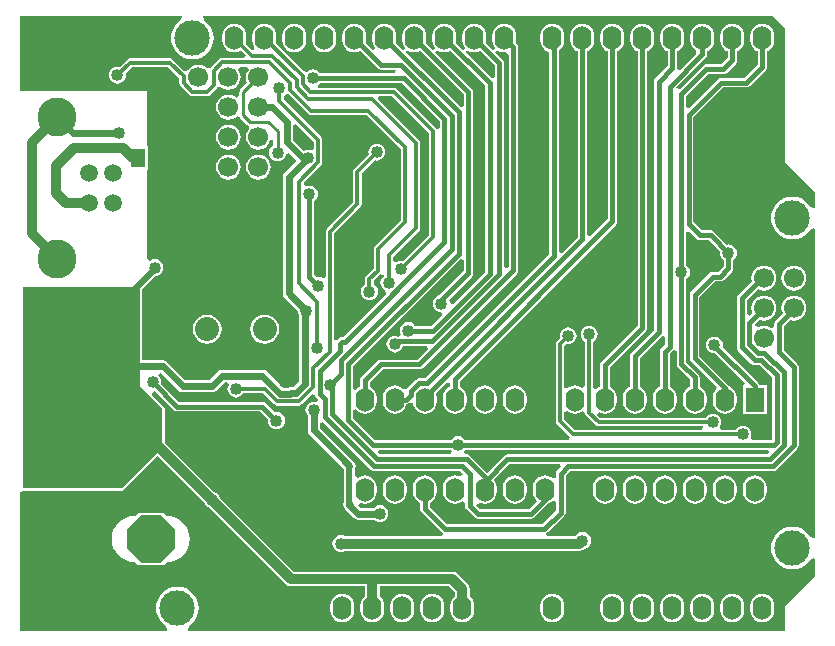
<source format=gbl>
G04*
G04 #@! TF.GenerationSoftware,Altium Limited,Altium Designer,18.0.12 (696)*
G04*
G04 Layer_Physical_Order=2*
G04 Layer_Color=16711680*
%FSLAX44Y44*%
%MOMM*%
G71*
G01*
G75*
%ADD15R,1.1684X1.6002*%
%ADD59C,1.7000*%
%ADD67C,0.3048*%
%ADD68C,0.4064*%
%ADD69C,0.2794*%
%ADD70C,0.6096*%
%ADD71C,0.8128*%
%ADD72C,0.3050*%
%ADD75C,3.0000*%
%ADD76C,3.3000*%
%ADD77C,1.5000*%
%ADD78O,1.6000X2.0000*%
%ADD79R,1.6000X2.0000*%
%ADD80P,4.3296X8X22.5*%
%ADD81P,4.3296X8X292.5*%
%ADD82C,2.0320*%
%ADD83C,1.0160*%
%ADD84C,0.5080*%
G36*
X654177Y516819D02*
Y402844D01*
X654586Y401856D01*
X679450Y376992D01*
Y364684D01*
X679014Y364348D01*
X675761Y365047D01*
X675439Y365649D01*
X673189Y368390D01*
X670449Y370639D01*
X667322Y372310D01*
X663929Y373340D01*
X660400Y373687D01*
X656871Y373340D01*
X653478Y372310D01*
X650351Y370639D01*
X647610Y368390D01*
X645361Y365649D01*
X643690Y362522D01*
X642661Y359129D01*
X642313Y355600D01*
X642661Y352071D01*
X643690Y348678D01*
X645361Y345551D01*
X647610Y342811D01*
X650351Y340561D01*
X653478Y338890D01*
X656871Y337860D01*
X660400Y337513D01*
X663929Y337860D01*
X667322Y338890D01*
X670449Y340561D01*
X673189Y342811D01*
X675439Y345551D01*
X675761Y346153D01*
X679014Y346852D01*
X679450Y346516D01*
Y85284D01*
X679014Y84948D01*
X675761Y85646D01*
X675439Y86249D01*
X673189Y88989D01*
X670449Y91239D01*
X667322Y92910D01*
X663929Y93940D01*
X660400Y94287D01*
X656871Y93940D01*
X653478Y92910D01*
X650351Y91239D01*
X647610Y88989D01*
X645361Y86249D01*
X643690Y83122D01*
X642661Y79729D01*
X642313Y76200D01*
X642661Y72671D01*
X643690Y69278D01*
X645361Y66151D01*
X647610Y63411D01*
X650351Y61161D01*
X653478Y59490D01*
X656871Y58460D01*
X660400Y58113D01*
X663929Y58460D01*
X667322Y59490D01*
X670449Y61161D01*
X673189Y63411D01*
X675439Y66151D01*
X675761Y66754D01*
X679014Y67452D01*
X679450Y67116D01*
Y52268D01*
X654332Y27150D01*
X653923Y26162D01*
Y6350D01*
X148784D01*
X148448Y6786D01*
X149146Y10039D01*
X149749Y10361D01*
X152490Y12610D01*
X154739Y15351D01*
X156410Y18478D01*
X157439Y21871D01*
X157787Y25400D01*
X157439Y28929D01*
X156410Y32322D01*
X154739Y35449D01*
X152490Y38189D01*
X149749Y40439D01*
X146622Y42110D01*
X143229Y43140D01*
X139700Y43487D01*
X136171Y43140D01*
X132778Y42110D01*
X129651Y40439D01*
X126910Y38189D01*
X124661Y35449D01*
X122990Y32322D01*
X121960Y28929D01*
X121613Y25400D01*
X121960Y21871D01*
X122990Y18478D01*
X124661Y15351D01*
X126910Y12610D01*
X129651Y10361D01*
X130253Y10039D01*
X130952Y6786D01*
X130616Y6350D01*
X6350D01*
Y123237D01*
X6834Y123753D01*
X8890Y124961D01*
X92710D01*
X93490Y125116D01*
X94152Y125558D01*
X94152Y125558D01*
X122800Y154206D01*
X162012Y114994D01*
X162012Y114992D01*
X162726Y113270D01*
X163860Y111791D01*
X165340Y110656D01*
X167062Y109942D01*
X167064Y109942D01*
X231378Y45628D01*
X233384Y44288D01*
X235750Y43817D01*
X298617D01*
Y35261D01*
X297668Y34532D01*
X296065Y32443D01*
X295057Y30010D01*
X294714Y27400D01*
Y23400D01*
X295057Y20789D01*
X296065Y18357D01*
X297668Y16268D01*
X299757Y14665D01*
X302190Y13657D01*
X304800Y13314D01*
X307411Y13657D01*
X309843Y14665D01*
X311932Y16268D01*
X313535Y18357D01*
X314543Y20789D01*
X314886Y23400D01*
Y27400D01*
X314543Y30010D01*
X313535Y32443D01*
X311932Y34532D01*
X310983Y35261D01*
Y43817D01*
X369939D01*
X374817Y38939D01*
Y35261D01*
X373868Y34532D01*
X372265Y32443D01*
X371257Y30010D01*
X370914Y27400D01*
Y23400D01*
X371257Y20789D01*
X372265Y18357D01*
X373868Y16268D01*
X375957Y14665D01*
X378390Y13657D01*
X381000Y13314D01*
X383610Y13657D01*
X386043Y14665D01*
X388132Y16268D01*
X389735Y18357D01*
X390743Y20789D01*
X391086Y23400D01*
Y27400D01*
X390743Y30010D01*
X389735Y32443D01*
X388132Y34532D01*
X387183Y35261D01*
Y41500D01*
X386712Y43866D01*
X385372Y45872D01*
X376872Y54372D01*
X374866Y55712D01*
X372500Y56183D01*
X238311D01*
X175808Y118686D01*
X175808Y118688D01*
X175094Y120410D01*
X173960Y121889D01*
X172481Y123024D01*
X170758Y123738D01*
X170756Y123738D01*
X129039Y165455D01*
Y194310D01*
X128884Y195090D01*
X128442Y195752D01*
X118265Y205929D01*
X119170Y208616D01*
X120649Y208817D01*
X136373Y193093D01*
X137707Y192202D01*
X139280Y191889D01*
X209967D01*
X216533Y185323D01*
X216379Y184150D01*
X216622Y182302D01*
X217336Y180579D01*
X218470Y179100D01*
X219949Y177966D01*
X221672Y177252D01*
X223520Y177009D01*
X225368Y177252D01*
X227090Y177966D01*
X228570Y179100D01*
X229704Y180579D01*
X230418Y182302D01*
X230661Y184150D01*
X230418Y185998D01*
X229704Y187721D01*
X228570Y189200D01*
X227090Y190334D01*
X225368Y191048D01*
X223520Y191291D01*
X222347Y191137D01*
X214577Y198907D01*
X213243Y199798D01*
X211670Y200111D01*
X140983D01*
X125732Y215362D01*
X125886Y216535D01*
X125643Y218383D01*
X124929Y220105D01*
X123794Y221584D01*
X123060Y222148D01*
X123957Y223994D01*
X126037Y224184D01*
X140611Y209611D01*
X142280Y208495D01*
X144250Y208103D01*
X168750D01*
X170720Y208495D01*
X172389Y209611D01*
X179593Y216814D01*
X181920Y216583D01*
X183032Y214357D01*
X182332Y212668D01*
X182089Y210820D01*
X182332Y208972D01*
X183046Y207250D01*
X184181Y205770D01*
X185660Y204636D01*
X187382Y203922D01*
X189230Y203679D01*
X191078Y203922D01*
X192801Y204636D01*
X194279Y205770D01*
X195397Y207227D01*
X212384D01*
X221682Y197929D01*
X222848Y197150D01*
X224223Y196877D01*
X242264D01*
X243639Y197150D01*
X244805Y197929D01*
X253594Y206718D01*
X256236Y205769D01*
X256330Y205299D01*
X257221Y203965D01*
X258840Y202346D01*
X258725Y202009D01*
X257118Y199938D01*
X255270Y200181D01*
X253422Y199938D01*
X251700Y199224D01*
X250221Y198090D01*
X249086Y196611D01*
X248372Y194888D01*
X248129Y193040D01*
X248372Y191192D01*
X249086Y189470D01*
X250123Y188117D01*
Y175980D01*
X250515Y174010D01*
X251631Y172341D01*
X276861Y147111D01*
X276861Y147110D01*
X280773Y143198D01*
Y116960D01*
X280647Y116771D01*
X280578Y116427D01*
X280424Y116111D01*
X280384Y115451D01*
X280255Y114802D01*
Y112598D01*
X280647Y110628D01*
X281763Y108959D01*
X288951Y101771D01*
X290620Y100655D01*
X292590Y100263D01*
X306227D01*
X307579Y99226D01*
X309302Y98512D01*
X311150Y98269D01*
X312998Y98512D01*
X314720Y99226D01*
X316199Y100360D01*
X317334Y101840D01*
X318048Y103562D01*
X318291Y105410D01*
X318048Y107258D01*
X317334Y108981D01*
X316199Y110459D01*
X314720Y111594D01*
X312998Y112308D01*
X311150Y112551D01*
X309302Y112308D01*
X307579Y111594D01*
X306227Y110557D01*
X294722D01*
X292769Y112510D01*
X294208Y114663D01*
X295840Y113987D01*
X298450Y113644D01*
X301061Y113987D01*
X303493Y114995D01*
X305582Y116598D01*
X307185Y118687D01*
X308193Y121119D01*
X308536Y123730D01*
Y127730D01*
X308193Y130340D01*
X307185Y132773D01*
X305582Y134862D01*
X303493Y136465D01*
X301061Y137473D01*
X298450Y137816D01*
X295840Y137473D01*
X293407Y136465D01*
X292571Y135824D01*
X290031Y137076D01*
Y143690D01*
X290157Y143878D01*
X290549Y145848D01*
X290157Y147818D01*
X289041Y149487D01*
X284139Y154389D01*
X284139Y154390D01*
X260417Y178112D01*
Y182026D01*
X262957Y183078D01*
X303570Y142465D01*
X304903Y141574D01*
X306476Y141261D01*
X378959D01*
X381366Y138854D01*
X381297Y138436D01*
X381036Y138115D01*
X378480Y136967D01*
X377261Y137473D01*
X374650Y137816D01*
X372039Y137473D01*
X369607Y136465D01*
X367518Y134862D01*
X365915Y132773D01*
X364907Y130340D01*
X364564Y127730D01*
Y123730D01*
X364907Y121119D01*
X365915Y118687D01*
X367518Y116598D01*
X369607Y114995D01*
X372039Y113987D01*
X374650Y113644D01*
X377261Y113987D01*
X379693Y114995D01*
X380699Y115767D01*
X383239Y114514D01*
Y112014D01*
X383552Y110441D01*
X384443Y109107D01*
X391301Y102249D01*
X392635Y101358D01*
X394208Y101045D01*
X438912D01*
X440485Y101358D01*
X441819Y102249D01*
X453626Y114056D01*
X455893Y114995D01*
X457567Y116279D01*
X459098Y115861D01*
X460107Y115195D01*
Y108035D01*
X448639Y96567D01*
X368225D01*
X353361Y111431D01*
Y114609D01*
X354293Y114995D01*
X356382Y116598D01*
X357985Y118687D01*
X358993Y121119D01*
X359336Y123730D01*
Y127730D01*
X358993Y130340D01*
X357985Y132773D01*
X356382Y134862D01*
X354293Y136465D01*
X351861Y137473D01*
X349250Y137816D01*
X346640Y137473D01*
X344207Y136465D01*
X342118Y134862D01*
X340515Y132773D01*
X339507Y130340D01*
X339164Y127730D01*
Y123730D01*
X339507Y121119D01*
X340515Y118687D01*
X342118Y116598D01*
X344207Y114995D01*
X345139Y114609D01*
Y109728D01*
X345452Y108155D01*
X346343Y106821D01*
X363615Y89549D01*
X364837Y88733D01*
X364872Y88543D01*
X364064Y86193D01*
X281703D01*
X281700Y86194D01*
X279978Y86908D01*
X278130Y87151D01*
X276282Y86908D01*
X274559Y86194D01*
X273081Y85059D01*
X271946Y83581D01*
X271232Y81858D01*
X270989Y80010D01*
X271232Y78162D01*
X271946Y76439D01*
X273081Y74960D01*
X274559Y73826D01*
X276282Y73112D01*
X278130Y72869D01*
X279978Y73112D01*
X281700Y73826D01*
X281703Y73827D01*
X480060D01*
X482426Y74298D01*
X484432Y75638D01*
X484446Y75652D01*
X484448Y75652D01*
X486171Y76366D01*
X487649Y77501D01*
X488784Y78980D01*
X489498Y80702D01*
X489741Y82550D01*
X489498Y84398D01*
X488784Y86121D01*
X487649Y87599D01*
X486171Y88734D01*
X484448Y89448D01*
X482600Y89691D01*
X480752Y89448D01*
X479030Y88734D01*
X477551Y87599D01*
X476471Y86193D01*
X452800D01*
X451992Y88543D01*
X452027Y88733D01*
X453249Y89549D01*
X467125Y103425D01*
X468016Y104759D01*
X468329Y106332D01*
Y137455D01*
X472135Y141261D01*
X643773D01*
X645347Y141574D01*
X646680Y142465D01*
X664471Y160256D01*
X665362Y161589D01*
X665675Y163162D01*
Y229468D01*
X665362Y231041D01*
X664471Y232375D01*
X653249Y243597D01*
Y264461D01*
X658243Y269454D01*
X658929Y269170D01*
X661670Y268809D01*
X664411Y269170D01*
X666965Y270228D01*
X669159Y271911D01*
X670842Y274105D01*
X671900Y276659D01*
X672261Y279400D01*
X671900Y282141D01*
X670842Y284695D01*
X669159Y286889D01*
X666965Y288572D01*
X664411Y289630D01*
X661670Y289991D01*
X658929Y289630D01*
X656375Y288572D01*
X654181Y286889D01*
X652498Y284695D01*
X651440Y282141D01*
X651079Y279400D01*
X651440Y276659D01*
X652137Y274977D01*
X646231Y269070D01*
X645340Y267737D01*
X645027Y266164D01*
Y263717D01*
X642487Y262465D01*
X641565Y263172D01*
X639011Y264230D01*
X636270Y264591D01*
X633529Y264230D01*
X631843Y263532D01*
X629609Y264471D01*
X629112Y264944D01*
X628939Y266255D01*
X632345Y269661D01*
X633529Y269170D01*
X636270Y268809D01*
X639011Y269170D01*
X641565Y270228D01*
X643759Y271911D01*
X645442Y274105D01*
X646500Y276659D01*
X646861Y279400D01*
X646500Y282141D01*
X645442Y284695D01*
X643759Y286889D01*
X641565Y288572D01*
X639011Y289630D01*
X636270Y289991D01*
X633529Y289630D01*
X630975Y288572D01*
X628781Y286889D01*
X627098Y284695D01*
X626040Y282141D01*
X625679Y279400D01*
X626040Y276659D01*
X626531Y275475D01*
X624132Y273076D01*
X621785Y274048D01*
Y285971D01*
X631305Y295491D01*
X633529Y294570D01*
X636270Y294209D01*
X639011Y294570D01*
X641565Y295628D01*
X643759Y297311D01*
X645442Y299505D01*
X646500Y302059D01*
X646861Y304800D01*
X646500Y307541D01*
X645442Y310095D01*
X643759Y312289D01*
X641565Y313972D01*
X639011Y315030D01*
X636270Y315391D01*
X633529Y315030D01*
X630975Y313972D01*
X628781Y312289D01*
X627098Y310095D01*
X626040Y307541D01*
X625679Y304800D01*
X626040Y302059D01*
X626100Y301914D01*
X614767Y290581D01*
X613876Y289247D01*
X613563Y287674D01*
Y246297D01*
X613876Y244724D01*
X614767Y243390D01*
X625660Y232497D01*
X626994Y231606D01*
X628567Y231293D01*
X632393D01*
X642889Y220797D01*
Y167719D01*
X626563D01*
X625134Y170259D01*
X625388Y170872D01*
X625631Y172720D01*
X625388Y174568D01*
X624674Y176290D01*
X623540Y177770D01*
X622061Y178904D01*
X620338Y179618D01*
X618490Y179861D01*
X616642Y179618D01*
X614920Y178904D01*
X613441Y177770D01*
X612323Y176313D01*
X600177D01*
X598924Y178853D01*
X599274Y179310D01*
X599988Y181032D01*
X600231Y182880D01*
X599988Y184728D01*
X599274Y186451D01*
X598139Y187929D01*
X596660Y189064D01*
X594938Y189778D01*
X593090Y190021D01*
X591242Y189778D01*
X589520Y189064D01*
X588041Y187929D01*
X586923Y186473D01*
X497858D01*
X495185Y189147D01*
X496607Y191195D01*
X499039Y190187D01*
X501650Y189844D01*
X504260Y190187D01*
X506693Y191195D01*
X508782Y192798D01*
X510385Y194887D01*
X511393Y197320D01*
X511736Y199930D01*
Y203930D01*
X511393Y206541D01*
X510385Y208973D01*
X508782Y211062D01*
X506693Y212665D01*
X505761Y213051D01*
Y229437D01*
X536307Y259983D01*
X537198Y261317D01*
X537511Y262890D01*
Y496879D01*
X538443Y497265D01*
X540532Y498868D01*
X542135Y500957D01*
X543143Y503390D01*
X543486Y506000D01*
Y510000D01*
X543143Y512611D01*
X542135Y515043D01*
X540532Y517132D01*
X538443Y518735D01*
X536011Y519743D01*
X533400Y520086D01*
X530789Y519743D01*
X528357Y518735D01*
X526268Y517132D01*
X524665Y515043D01*
X523657Y512611D01*
X523314Y510000D01*
Y506000D01*
X523657Y503390D01*
X524665Y500957D01*
X526268Y498868D01*
X528357Y497265D01*
X529289Y496879D01*
Y264593D01*
X498743Y234047D01*
X497852Y232713D01*
X497539Y231140D01*
Y213051D01*
X496607Y212665D01*
X494518Y211062D01*
X494448Y210971D01*
X491908Y211833D01*
Y251008D01*
X493364Y252125D01*
X494499Y253605D01*
X495213Y255327D01*
X495456Y257175D01*
X495213Y259023D01*
X494499Y260746D01*
X493364Y262225D01*
X491885Y263359D01*
X490163Y264073D01*
X488315Y264316D01*
X486467Y264073D01*
X484744Y263359D01*
X483265Y262225D01*
X482131Y260746D01*
X481417Y259023D01*
X481174Y257175D01*
X481417Y255327D01*
X482131Y253605D01*
X483265Y252125D01*
X484722Y251008D01*
Y213236D01*
X482182Y211983D01*
X481293Y212665D01*
X478861Y213673D01*
X476250Y214016D01*
X473639Y213673D01*
X471207Y212665D01*
X469633Y211457D01*
X467872Y212006D01*
X467093Y212596D01*
Y247230D01*
X468975Y248969D01*
X470535Y248764D01*
X472383Y249007D01*
X474105Y249721D01*
X475584Y250856D01*
X476719Y252334D01*
X477433Y254057D01*
X477676Y255905D01*
X477433Y257753D01*
X476719Y259475D01*
X475584Y260954D01*
X474105Y262089D01*
X472383Y262803D01*
X470535Y263046D01*
X468687Y262803D01*
X466964Y262089D01*
X465485Y260954D01*
X464351Y259475D01*
X463637Y257753D01*
X463394Y255905D01*
X463633Y254085D01*
X460959Y251411D01*
X460181Y250245D01*
X459907Y248870D01*
Y183750D01*
X460181Y182375D01*
X460959Y181209D01*
X471910Y170259D01*
X471894Y169917D01*
X471100Y167719D01*
X383130D01*
X382239Y168880D01*
X380760Y170014D01*
X379038Y170728D01*
X377190Y170971D01*
X375342Y170728D01*
X373619Y170014D01*
X372141Y168880D01*
X371250Y167719D01*
X307095D01*
X288051Y186763D01*
Y192883D01*
X290591Y193745D01*
X291318Y192798D01*
X293407Y191195D01*
X295840Y190187D01*
X298450Y189844D01*
X301061Y190187D01*
X303493Y191195D01*
X305582Y192798D01*
X307185Y194887D01*
X308193Y197320D01*
X308536Y199930D01*
Y203930D01*
X308193Y206541D01*
X307185Y208973D01*
X305582Y211062D01*
X303493Y212665D01*
X302561Y213051D01*
Y216497D01*
X313703Y227639D01*
X344652D01*
X346225Y227952D01*
X347559Y228843D01*
X427183Y308468D01*
X428075Y309802D01*
X428388Y311375D01*
X428323Y311700D01*
Y318728D01*
X428388Y319053D01*
Y500283D01*
X428075Y501857D01*
X427183Y503190D01*
X426382Y503992D01*
X426646Y506000D01*
Y510000D01*
X426303Y512611D01*
X425295Y515043D01*
X423692Y517132D01*
X421603Y518735D01*
X419170Y519743D01*
X416560Y520086D01*
X413950Y519743D01*
X411517Y518735D01*
X409428Y517132D01*
X407825Y515043D01*
X406817Y512611D01*
X406474Y510000D01*
Y506000D01*
X406817Y503390D01*
X407825Y500957D01*
X408537Y500029D01*
X406623Y498350D01*
X400982Y503992D01*
X401246Y506000D01*
Y510000D01*
X400903Y512611D01*
X399895Y515043D01*
X398292Y517132D01*
X396203Y518735D01*
X393770Y519743D01*
X391160Y520086D01*
X388549Y519743D01*
X386117Y518735D01*
X384028Y517132D01*
X382425Y515043D01*
X381417Y512611D01*
X381074Y510000D01*
Y506000D01*
X381417Y503390D01*
X382425Y500957D01*
X383137Y500029D01*
X381223Y498350D01*
X375582Y503992D01*
X375846Y506000D01*
Y510000D01*
X375503Y512611D01*
X374495Y515043D01*
X372892Y517132D01*
X370803Y518735D01*
X368371Y519743D01*
X365760Y520086D01*
X363149Y519743D01*
X360717Y518735D01*
X358628Y517132D01*
X357025Y515043D01*
X356017Y512611D01*
X355674Y510000D01*
Y506000D01*
X356017Y503390D01*
X357025Y500957D01*
X357737Y500029D01*
X355824Y498350D01*
X350182Y503992D01*
X350446Y506000D01*
Y510000D01*
X350103Y512611D01*
X349095Y515043D01*
X347492Y517132D01*
X345403Y518735D01*
X342971Y519743D01*
X340360Y520086D01*
X337749Y519743D01*
X335317Y518735D01*
X333228Y517132D01*
X331625Y515043D01*
X330617Y512611D01*
X330274Y510000D01*
Y506000D01*
X330617Y503390D01*
X331625Y500957D01*
X332337Y500029D01*
X330424Y498350D01*
X324782Y503992D01*
X325046Y506000D01*
Y510000D01*
X324703Y512611D01*
X323695Y515043D01*
X322092Y517132D01*
X320003Y518735D01*
X317570Y519743D01*
X314960Y520086D01*
X312349Y519743D01*
X309917Y518735D01*
X307828Y517132D01*
X306225Y515043D01*
X305217Y512611D01*
X304874Y510000D01*
Y506000D01*
X305217Y503390D01*
X306225Y500957D01*
X306937Y500029D01*
X305023Y498350D01*
X299382Y503992D01*
X299646Y506000D01*
Y510000D01*
X299303Y512611D01*
X298295Y515043D01*
X296692Y517132D01*
X294603Y518735D01*
X292171Y519743D01*
X289560Y520086D01*
X286950Y519743D01*
X284517Y518735D01*
X282428Y517132D01*
X280825Y515043D01*
X279817Y512611D01*
X279474Y510000D01*
Y506000D01*
X279817Y503390D01*
X280825Y500957D01*
X282428Y498868D01*
X284517Y497265D01*
X286950Y496257D01*
X289560Y495914D01*
X292171Y496257D01*
X294517Y497229D01*
X309153Y482593D01*
X310487Y481702D01*
X312060Y481389D01*
X324889D01*
X325033Y481174D01*
X323675Y478634D01*
X260282D01*
X259562Y479573D01*
X258083Y480708D01*
X256361Y481421D01*
X254512Y481664D01*
X252664Y481421D01*
X250942Y480708D01*
X249887Y479898D01*
X249463Y479573D01*
X246525Y479916D01*
X223088Y503354D01*
X223103Y503390D01*
X223446Y506000D01*
Y510000D01*
X223103Y512611D01*
X222095Y515043D01*
X220492Y517132D01*
X218403Y518735D01*
X215970Y519743D01*
X213360Y520086D01*
X210749Y519743D01*
X208317Y518735D01*
X206228Y517132D01*
X204625Y515043D01*
X203617Y512611D01*
X203274Y510000D01*
Y506000D01*
X203617Y503390D01*
X204608Y500998D01*
X204624Y500953D01*
X204221Y498785D01*
X203619Y498095D01*
X202872Y498170D01*
X197688Y503354D01*
X197703Y503390D01*
X198046Y506000D01*
Y510000D01*
X197703Y512611D01*
X196695Y515043D01*
X195092Y517132D01*
X193003Y518735D01*
X190571Y519743D01*
X187960Y520086D01*
X185350Y519743D01*
X182917Y518735D01*
X180828Y517132D01*
X179225Y515043D01*
X178217Y512611D01*
X177874Y510000D01*
Y506000D01*
X178217Y503390D01*
X179225Y500957D01*
X180828Y498868D01*
X182917Y497265D01*
X185350Y496257D01*
X187960Y495914D01*
X190571Y496257D01*
X193003Y497265D01*
X193349Y497530D01*
X197427Y493452D01*
X196455Y491105D01*
X177689D01*
X176314Y490832D01*
X175148Y490053D01*
X167907Y482812D01*
X167761Y482708D01*
X165126Y482482D01*
X164839Y482568D01*
X162775Y484152D01*
X160221Y485210D01*
X157480Y485571D01*
X154739Y485210D01*
X152185Y484152D01*
X149991Y482469D01*
X148673Y480751D01*
X146805Y480274D01*
X145558Y480273D01*
X136041Y489791D01*
X134875Y490569D01*
X133500Y490843D01*
X99539D01*
X98164Y490569D01*
X96999Y489791D01*
X90720Y483512D01*
X88900Y483752D01*
X87052Y483508D01*
X85330Y482795D01*
X83850Y481660D01*
X82716Y480181D01*
X82002Y478459D01*
X81759Y476611D01*
X82002Y474762D01*
X82716Y473040D01*
X83850Y471561D01*
X85330Y470426D01*
X87052Y469713D01*
X88900Y469470D01*
X90748Y469713D01*
X92471Y470426D01*
X93949Y471561D01*
X95084Y473040D01*
X95798Y474762D01*
X96041Y476611D01*
X95801Y478431D01*
X101028Y483657D01*
X132012D01*
X141355Y474314D01*
Y469789D01*
X141629Y468414D01*
X142407Y467248D01*
X149748Y459907D01*
X150914Y459128D01*
X152289Y458855D01*
X164698D01*
X166073Y459128D01*
X167239Y459907D01*
X172889Y465557D01*
X173254Y466104D01*
X173631Y466349D01*
X175439Y466784D01*
X176275Y466813D01*
X177585Y465808D01*
X180139Y464750D01*
X182880Y464389D01*
X185621Y464750D01*
X188175Y465808D01*
X190369Y467491D01*
X192052Y469685D01*
X193110Y472239D01*
X193471Y474980D01*
X193110Y477721D01*
X192052Y480275D01*
X191205Y481379D01*
X192458Y483919D01*
X198703D01*
X199955Y481379D01*
X199108Y480275D01*
X198050Y477721D01*
X197689Y474980D01*
X198050Y472239D01*
X198809Y470407D01*
X193131Y464729D01*
X192380Y463605D01*
X192117Y462280D01*
Y458769D01*
X192054Y458709D01*
X189576Y457677D01*
X188175Y458752D01*
X185621Y459810D01*
X182880Y460171D01*
X180139Y459810D01*
X177585Y458752D01*
X175391Y457069D01*
X173708Y454875D01*
X172650Y452321D01*
X172289Y449580D01*
X172650Y446839D01*
X173708Y444285D01*
X175391Y442091D01*
X177585Y440408D01*
X180139Y439350D01*
X182880Y438989D01*
X185621Y439350D01*
X188175Y440408D01*
X189791Y441648D01*
X190676Y441649D01*
X191933Y441419D01*
X192777Y441057D01*
X193131Y440527D01*
X198973Y434685D01*
X199816Y434122D01*
X200215Y433118D01*
X200483Y431267D01*
X199108Y429475D01*
X198050Y426921D01*
X197689Y424180D01*
X198050Y421439D01*
X199108Y418885D01*
X200791Y416691D01*
X202985Y415008D01*
X205539Y413950D01*
X208280Y413589D01*
X211021Y413950D01*
X213575Y415008D01*
X215769Y416691D01*
X217452Y418885D01*
X218510Y421439D01*
X218533Y421612D01*
X221073Y421445D01*
Y417201D01*
X220965Y417156D01*
X219487Y416021D01*
X218352Y414543D01*
X217638Y412820D01*
X217395Y410972D01*
X217638Y409124D01*
X218352Y407402D01*
X219487Y405923D01*
X220965Y404788D01*
X222688Y404074D01*
X224536Y403831D01*
X226384Y404074D01*
X228106Y404788D01*
X229585Y405923D01*
X230720Y407402D01*
X231434Y409124D01*
X231558Y410071D01*
X233835Y411071D01*
X234137Y411085D01*
X240866Y404355D01*
X230361Y393849D01*
X229245Y392180D01*
X228853Y390210D01*
Y291780D01*
X229245Y289810D01*
X230361Y288141D01*
X241800Y276701D01*
X242022Y275012D01*
X242736Y273290D01*
X242853Y273136D01*
Y217632D01*
X237868Y212647D01*
X235793D01*
X233824Y212255D01*
X233724Y212189D01*
X229077D01*
X215376Y225889D01*
X213706Y227005D01*
X211737Y227397D01*
X177750D01*
X175780Y227005D01*
X174111Y225889D01*
X166618Y218397D01*
X146382D01*
X130889Y233889D01*
X129220Y235005D01*
X127250Y235397D01*
X109989D01*
Y295750D01*
X120809Y306570D01*
X122498Y306792D01*
X124221Y307506D01*
X125700Y308640D01*
X126834Y310119D01*
X127548Y311842D01*
X127791Y313690D01*
X127548Y315538D01*
X126834Y317260D01*
X125700Y318739D01*
X124221Y319874D01*
X122498Y320588D01*
X120650Y320831D01*
X118802Y320588D01*
X117079Y319874D01*
X116840Y319691D01*
X114300Y320943D01*
Y396399D01*
X114522D01*
Y416401D01*
X114300D01*
Y463550D01*
X6350D01*
Y527050D01*
X143316D01*
X143652Y526614D01*
X142954Y523361D01*
X142351Y523039D01*
X139611Y520789D01*
X137361Y518049D01*
X135690Y514922D01*
X134661Y511529D01*
X134313Y508000D01*
X134661Y504471D01*
X135690Y501078D01*
X137361Y497951D01*
X139611Y495210D01*
X142351Y492961D01*
X145478Y491290D01*
X148871Y490261D01*
X152400Y489913D01*
X155929Y490261D01*
X159322Y491290D01*
X162449Y492961D01*
X165189Y495210D01*
X167439Y497951D01*
X169110Y501078D01*
X170140Y504471D01*
X170487Y508000D01*
X170140Y511529D01*
X169110Y514922D01*
X167439Y518049D01*
X165189Y520789D01*
X162449Y523039D01*
X161847Y523361D01*
X161148Y526614D01*
X161484Y527050D01*
X643946D01*
X654177Y516819D01*
D02*
G37*
G36*
X386117Y497265D02*
X388549Y496257D01*
X391160Y495914D01*
X393770Y496257D01*
X396117Y497229D01*
X408298Y485048D01*
Y474868D01*
X405758Y473816D01*
X383510Y496063D01*
X385189Y497977D01*
X386117Y497265D01*
D02*
G37*
G36*
X335317D02*
X337749Y496257D01*
X340360Y495914D01*
X342971Y496257D01*
X345317Y497229D01*
X381969Y460577D01*
Y450397D01*
X379429Y449345D01*
X332710Y496063D01*
X334389Y497977D01*
X335317Y497265D01*
D02*
G37*
G36*
X361649Y438225D02*
Y432209D01*
X359109Y431438D01*
X359041Y431541D01*
X325541Y465041D01*
X324375Y465820D01*
X323000Y466093D01*
X259156D01*
X258640Y467173D01*
X258466Y468633D01*
X259562Y469474D01*
X260282Y470412D01*
X329462D01*
X361649Y438225D01*
D02*
G37*
G36*
X255201Y420466D02*
Y414463D01*
X252661Y413040D01*
X252038Y413298D01*
X250190Y413541D01*
X248342Y413298D01*
X247026Y412753D01*
X237897Y421882D01*
Y434178D01*
X240437Y435230D01*
X255201Y420466D01*
D02*
G37*
G36*
X233919Y460530D02*
X250487Y443961D01*
X251653Y443182D01*
X253028Y442909D01*
X300010D01*
X328907Y414012D01*
Y353738D01*
X306989Y331821D01*
X306210Y330655D01*
X305937Y329280D01*
Y312542D01*
X299719Y306325D01*
X298941Y305159D01*
X298667Y303784D01*
Y299537D01*
X297211Y298419D01*
X296076Y296940D01*
X295362Y295218D01*
X295119Y293370D01*
X295362Y291522D01*
X296076Y289799D01*
X297211Y288321D01*
X298689Y287186D01*
X300412Y286472D01*
X302260Y286229D01*
X304108Y286472D01*
X305830Y287186D01*
X307309Y288321D01*
X308444Y289799D01*
X309158Y291522D01*
X309401Y293370D01*
X309158Y295218D01*
X308444Y296940D01*
X307309Y298419D01*
X305853Y299537D01*
Y302296D01*
X311644Y308087D01*
X313345Y307790D01*
X314286Y307257D01*
X314362Y306532D01*
X313720Y306040D01*
X312586Y304561D01*
X311872Y302838D01*
X311629Y300990D01*
X311872Y299142D01*
X312586Y297419D01*
X313720Y295940D01*
X315200Y294806D01*
X315812Y294552D01*
X316598Y291746D01*
X279916Y255063D01*
X279400D01*
X277827Y254750D01*
X276493Y253859D01*
X274883Y252249D01*
X272987Y252760D01*
X272343Y253213D01*
Y342762D01*
X294641Y365059D01*
X295420Y366225D01*
X295693Y367600D01*
Y393482D01*
X306790Y404579D01*
X308610Y404339D01*
X310458Y404582D01*
X312181Y405296D01*
X313659Y406431D01*
X314794Y407910D01*
X315508Y409632D01*
X315751Y411480D01*
X315508Y413328D01*
X314794Y415051D01*
X313659Y416530D01*
X312181Y417664D01*
X310458Y418378D01*
X308610Y418621D01*
X306762Y418378D01*
X305040Y417664D01*
X303561Y416530D01*
X302426Y415051D01*
X301712Y413328D01*
X301469Y411480D01*
X301709Y409660D01*
X289559Y397511D01*
X288780Y396345D01*
X288507Y394970D01*
Y369088D01*
X266209Y346791D01*
X265431Y345625D01*
X265157Y344250D01*
Y305913D01*
X262651Y304634D01*
X260928Y305348D01*
X259080Y305591D01*
X257907Y305437D01*
X255571Y307773D01*
Y370150D01*
X256509Y370871D01*
X257644Y372350D01*
X258358Y374072D01*
X258601Y375920D01*
X258358Y377768D01*
X257644Y379491D01*
X256509Y380970D01*
X255030Y382104D01*
X253308Y382818D01*
X251460Y383061D01*
X249612Y382818D01*
X249532Y382785D01*
X247288Y383705D01*
X246840Y384084D01*
X246913Y385871D01*
X261336Y400294D01*
X262115Y401460D01*
X262389Y402836D01*
Y421955D01*
X262115Y423330D01*
X261336Y424496D01*
X229654Y456179D01*
Y459258D01*
X231782Y460918D01*
X233919Y460530D01*
D02*
G37*
G36*
X352907Y427512D02*
Y341478D01*
X330750Y319321D01*
X328930Y319561D01*
X327082Y319318D01*
X325359Y318604D01*
X324903Y318254D01*
X322363Y319507D01*
Y322782D01*
X344291Y344709D01*
X345070Y345875D01*
X345343Y347250D01*
Y419500D01*
X345070Y420875D01*
X344291Y422041D01*
X309771Y456560D01*
X310743Y458907D01*
X321512D01*
X352907Y427512D01*
D02*
G37*
G36*
X411517Y497265D02*
X413950Y496257D01*
X416560Y495914D01*
X417626Y496054D01*
X420166Y494122D01*
Y319313D01*
X420101Y318988D01*
Y313863D01*
X419060Y313062D01*
X416520Y314313D01*
Y486751D01*
X416207Y488324D01*
X415316Y489658D01*
X408910Y496063D01*
X410589Y497977D01*
X411517Y497265D01*
D02*
G37*
G36*
X360717D02*
X363149Y496257D01*
X365760Y495914D01*
X368371Y496257D01*
X370717Y497229D01*
X399980Y467966D01*
Y310044D01*
X372866Y282929D01*
X372073Y283018D01*
X370267Y283923D01*
X370118Y285058D01*
X369483Y286590D01*
X388987Y306093D01*
X389878Y307427D01*
X390191Y309000D01*
Y462280D01*
X389878Y463853D01*
X388987Y465187D01*
X358110Y496063D01*
X359789Y497977D01*
X360717Y497265D01*
D02*
G37*
G36*
X381969Y320313D02*
Y310703D01*
X361374Y290108D01*
X361372Y290108D01*
X359650Y289394D01*
X358171Y288260D01*
X357036Y286780D01*
X356322Y285058D01*
X356079Y283210D01*
X356322Y281362D01*
X357036Y279639D01*
X358171Y278160D01*
X359650Y277026D01*
X361372Y276312D01*
X362507Y276163D01*
X363412Y274357D01*
X363501Y273564D01*
X354397Y264461D01*
X341050D01*
X340330Y265399D01*
X338851Y266534D01*
X337128Y267248D01*
X335280Y267491D01*
X333432Y267248D01*
X331710Y266534D01*
X330230Y265399D01*
X329096Y263920D01*
X328382Y262198D01*
X328139Y260350D01*
X328382Y258502D01*
X328636Y257889D01*
X327207Y255349D01*
X326830D01*
X325698Y255818D01*
X323850Y256061D01*
X322002Y255818D01*
X320280Y255104D01*
X318801Y253969D01*
X317666Y252491D01*
X316952Y250768D01*
X316709Y248920D01*
X316952Y247072D01*
X317666Y245350D01*
X318801Y243871D01*
X320280Y242736D01*
X322002Y242022D01*
X323850Y241779D01*
X325698Y242022D01*
X327421Y242736D01*
X328899Y243871D01*
X330034Y245350D01*
X330748Y247072D01*
X330755Y247127D01*
X350896D01*
X351868Y244780D01*
X342949Y235861D01*
X312000D01*
X310427Y235548D01*
X309093Y234657D01*
X295543Y221107D01*
X294652Y219773D01*
X294339Y218200D01*
Y213051D01*
X293407Y212665D01*
X291318Y211062D01*
X290591Y210115D01*
X288051Y210977D01*
Y229987D01*
X379429Y321365D01*
X381969Y320313D01*
D02*
G37*
G36*
X471207Y191195D02*
X473639Y190187D01*
X476250Y189844D01*
X478861Y190187D01*
X481293Y191195D01*
X482182Y191877D01*
X483991Y191206D01*
X484776Y190666D01*
X484995Y189560D01*
X485774Y188394D01*
X493829Y180339D01*
X494995Y179561D01*
X496370Y179287D01*
X584638D01*
X584908Y178853D01*
X583496Y176313D01*
X476018D01*
X467093Y185238D01*
Y191264D01*
X467872Y191854D01*
X469633Y192403D01*
X471207Y191195D01*
D02*
G37*
G36*
X372382Y158087D02*
X371543Y155547D01*
X310803D01*
X309442Y157213D01*
X310427Y159497D01*
X371168D01*
X372382Y158087D01*
D02*
G37*
G36*
X640808Y157213D02*
X639447Y155547D01*
X419186D01*
X417613Y155234D01*
X416279Y154343D01*
X402000Y140064D01*
X387721Y154343D01*
X386387Y155234D01*
X384814Y155547D01*
X382837D01*
X381998Y158087D01*
X383212Y159497D01*
X639823D01*
X640808Y157213D01*
D02*
G37*
G36*
X464225Y144978D02*
X461311Y142065D01*
X460420Y140731D01*
X460107Y139158D01*
Y136265D01*
X459098Y135599D01*
X457567Y135181D01*
X455893Y136465D01*
X453461Y137473D01*
X450850Y137816D01*
X448240Y137473D01*
X445807Y136465D01*
X443718Y134862D01*
X442115Y132773D01*
X441107Y130340D01*
X440764Y127730D01*
Y123730D01*
X441107Y121119D01*
X442115Y118687D01*
X443718Y116598D01*
X443769Y115826D01*
X437209Y109267D01*
X395911D01*
X392824Y112354D01*
X392987Y113343D01*
X393628Y113868D01*
X395781Y114674D01*
X397439Y113987D01*
X400050Y113644D01*
X402660Y113987D01*
X405093Y114995D01*
X407182Y116598D01*
X408785Y118687D01*
X409793Y121119D01*
X410136Y123730D01*
Y127730D01*
X409793Y130340D01*
X408785Y132773D01*
X407722Y134158D01*
X420889Y147325D01*
X463253D01*
X464225Y144978D01*
D02*
G37*
G36*
X107950Y213360D02*
X127000Y194310D01*
Y161290D01*
X92710Y127000D01*
X8890D01*
Y297180D01*
X107950D01*
Y213360D01*
D02*
G37*
%LPC*%
G36*
X264160Y520086D02*
X261549Y519743D01*
X259117Y518735D01*
X257028Y517132D01*
X255425Y515043D01*
X254417Y512611D01*
X254074Y510000D01*
Y506000D01*
X254417Y503390D01*
X255425Y500957D01*
X257028Y498868D01*
X259117Y497265D01*
X261549Y496257D01*
X264160Y495914D01*
X266770Y496257D01*
X269203Y497265D01*
X271292Y498868D01*
X272895Y500957D01*
X273903Y503390D01*
X274246Y506000D01*
Y510000D01*
X273903Y512611D01*
X272895Y515043D01*
X271292Y517132D01*
X269203Y518735D01*
X266770Y519743D01*
X264160Y520086D01*
D02*
G37*
G36*
X238760D02*
X236150Y519743D01*
X233717Y518735D01*
X231628Y517132D01*
X230025Y515043D01*
X229017Y512611D01*
X228674Y510000D01*
Y506000D01*
X229017Y503390D01*
X230025Y500957D01*
X231628Y498868D01*
X233717Y497265D01*
X236150Y496257D01*
X238760Y495914D01*
X241371Y496257D01*
X243803Y497265D01*
X245892Y498868D01*
X247495Y500957D01*
X248503Y503390D01*
X248846Y506000D01*
Y510000D01*
X248503Y512611D01*
X247495Y515043D01*
X245892Y517132D01*
X243803Y518735D01*
X241371Y519743D01*
X238760Y520086D01*
D02*
G37*
G36*
X635000D02*
X632389Y519743D01*
X629957Y518735D01*
X627868Y517132D01*
X626265Y515043D01*
X625257Y512611D01*
X624914Y510000D01*
Y506000D01*
X625257Y503390D01*
X626265Y500957D01*
X627868Y498868D01*
X629957Y497265D01*
X630889Y496879D01*
Y485573D01*
X619835Y474519D01*
X600202D01*
X598629Y474206D01*
X597295Y473315D01*
X572878Y448898D01*
X570531Y449869D01*
Y458799D01*
X589205Y477473D01*
X601980D01*
X603553Y477786D01*
X604887Y478677D01*
X612507Y486297D01*
X613398Y487631D01*
X613711Y489204D01*
Y496879D01*
X614643Y497265D01*
X616732Y498868D01*
X618335Y500957D01*
X619343Y503390D01*
X619686Y506000D01*
Y510000D01*
X619343Y512611D01*
X618335Y515043D01*
X616732Y517132D01*
X614643Y518735D01*
X612211Y519743D01*
X609600Y520086D01*
X606990Y519743D01*
X604557Y518735D01*
X602468Y517132D01*
X600865Y515043D01*
X599857Y512611D01*
X599514Y510000D01*
Y506000D01*
X599857Y503390D01*
X600865Y500957D01*
X602468Y498868D01*
X604557Y497265D01*
X605489Y496879D01*
Y490907D01*
X600277Y485695D01*
X587502D01*
X585929Y485382D01*
X584595Y484491D01*
X565081Y464977D01*
X562268Y465756D01*
X562128Y466314D01*
X587107Y491293D01*
X587998Y492627D01*
X588311Y494200D01*
Y496879D01*
X589243Y497265D01*
X591332Y498868D01*
X592935Y500957D01*
X593943Y503390D01*
X594286Y506000D01*
Y510000D01*
X593943Y512611D01*
X592935Y515043D01*
X591332Y517132D01*
X589243Y518735D01*
X586810Y519743D01*
X584200Y520086D01*
X581590Y519743D01*
X579157Y518735D01*
X577068Y517132D01*
X575465Y515043D01*
X574457Y512611D01*
X574114Y510000D01*
Y506000D01*
X574457Y503390D01*
X575465Y500957D01*
X577068Y498868D01*
X578487Y497779D01*
X578935Y495461D01*
X578835Y494649D01*
X565182Y480995D01*
X562841Y482247D01*
X562911Y482600D01*
Y496879D01*
X563843Y497265D01*
X565932Y498868D01*
X567535Y500957D01*
X568543Y503390D01*
X568886Y506000D01*
Y510000D01*
X568543Y512611D01*
X567535Y515043D01*
X565932Y517132D01*
X563843Y518735D01*
X561410Y519743D01*
X558800Y520086D01*
X556189Y519743D01*
X553757Y518735D01*
X551668Y517132D01*
X550065Y515043D01*
X549057Y512611D01*
X548714Y510000D01*
Y506000D01*
X549057Y503390D01*
X550065Y500957D01*
X551668Y498868D01*
X553757Y497265D01*
X554689Y496879D01*
Y484303D01*
X544463Y474077D01*
X543572Y472743D01*
X543259Y471170D01*
Y260783D01*
X524143Y241667D01*
X523252Y240333D01*
X522939Y238760D01*
Y213051D01*
X522007Y212665D01*
X519918Y211062D01*
X518315Y208973D01*
X517307Y206541D01*
X516964Y203930D01*
Y199930D01*
X517307Y197320D01*
X518315Y194887D01*
X519918Y192798D01*
X522007Y191195D01*
X524440Y190187D01*
X527050Y189844D01*
X529660Y190187D01*
X532093Y191195D01*
X534182Y192798D01*
X535785Y194887D01*
X536793Y197320D01*
X537136Y199930D01*
Y203930D01*
X536793Y206541D01*
X535785Y208973D01*
X534182Y211062D01*
X532093Y212665D01*
X531161Y213051D01*
Y237057D01*
X550117Y256013D01*
X550796Y255953D01*
X552657Y255163D01*
Y248591D01*
X549543Y245477D01*
X548652Y244143D01*
X548339Y242570D01*
Y213051D01*
X547407Y212665D01*
X545318Y211062D01*
X543715Y208973D01*
X542707Y206541D01*
X542364Y203930D01*
Y199930D01*
X542707Y197320D01*
X543715Y194887D01*
X545318Y192798D01*
X547407Y191195D01*
X549840Y190187D01*
X552450Y189844D01*
X555061Y190187D01*
X557493Y191195D01*
X559582Y192798D01*
X561185Y194887D01*
X562193Y197320D01*
X562536Y199930D01*
Y203930D01*
X562193Y206541D01*
X561185Y208973D01*
X559582Y211062D01*
X557493Y212665D01*
X556561Y213051D01*
Y240867D01*
X559675Y243981D01*
X559769Y244122D01*
X562309Y243351D01*
Y232156D01*
X562622Y230583D01*
X563513Y229249D01*
X573739Y219023D01*
Y213051D01*
X572807Y212665D01*
X570718Y211062D01*
X569115Y208973D01*
X568107Y206541D01*
X567764Y203930D01*
Y199930D01*
X568107Y197320D01*
X569115Y194887D01*
X570718Y192798D01*
X572807Y191195D01*
X575239Y190187D01*
X577850Y189844D01*
X580461Y190187D01*
X582893Y191195D01*
X584982Y192798D01*
X586585Y194887D01*
X587593Y197320D01*
X587936Y199930D01*
Y203930D01*
X587593Y206541D01*
X586585Y208973D01*
X584982Y211062D01*
X582893Y212665D01*
X581961Y213051D01*
Y220726D01*
X581648Y222299D01*
X580757Y223633D01*
X570531Y233859D01*
Y303856D01*
X571469Y304576D01*
X572604Y306056D01*
X573318Y307778D01*
X573561Y309626D01*
X573318Y311474D01*
X572604Y313197D01*
X571469Y314676D01*
X570531Y315396D01*
Y343627D01*
X572878Y344599D01*
X579261Y338215D01*
X580595Y337324D01*
X582168Y337011D01*
X589609D01*
X599311Y327309D01*
X599157Y326136D01*
X599400Y324288D01*
X600114Y322565D01*
X601249Y321087D01*
X602187Y320366D01*
Y314885D01*
X597483Y310181D01*
X593090D01*
X591517Y309868D01*
X590183Y308977D01*
X574689Y293483D01*
X573798Y292149D01*
X573485Y290576D01*
Y237236D01*
X573798Y235663D01*
X574689Y234329D01*
X596231Y212787D01*
X596118Y211062D01*
X594515Y208973D01*
X593507Y206541D01*
X593164Y203930D01*
Y199930D01*
X593507Y197320D01*
X594515Y194887D01*
X596118Y192798D01*
X598207Y191195D01*
X600639Y190187D01*
X603250Y189844D01*
X605860Y190187D01*
X608293Y191195D01*
X610382Y192798D01*
X611985Y194887D01*
X612993Y197320D01*
X613336Y199930D01*
Y203930D01*
X612993Y206541D01*
X611985Y208973D01*
X610382Y211062D01*
X608293Y212665D01*
X607024Y213190D01*
X606157Y214489D01*
X581707Y238939D01*
Y288873D01*
X594793Y301959D01*
X599186D01*
X600759Y302272D01*
X602093Y303163D01*
X609205Y310275D01*
X610096Y311609D01*
X610409Y313182D01*
Y320366D01*
X611348Y321087D01*
X612482Y322565D01*
X613196Y324288D01*
X613439Y326136D01*
X613196Y327984D01*
X612482Y329706D01*
X611348Y331185D01*
X609869Y332320D01*
X608146Y333034D01*
X606298Y333277D01*
X605125Y333123D01*
X594219Y344029D01*
X592885Y344920D01*
X591312Y345233D01*
X583871D01*
X576595Y352509D01*
Y440987D01*
X601905Y466297D01*
X621538D01*
X623111Y466610D01*
X624445Y467501D01*
X637907Y480963D01*
X638798Y482297D01*
X639111Y483870D01*
Y496879D01*
X640043Y497265D01*
X642132Y498868D01*
X643735Y500957D01*
X644743Y503390D01*
X645086Y506000D01*
Y510000D01*
X644743Y512611D01*
X643735Y515043D01*
X642132Y517132D01*
X640043Y518735D01*
X637611Y519743D01*
X635000Y520086D01*
D02*
G37*
G36*
X182880Y434771D02*
X180139Y434410D01*
X177585Y433352D01*
X175391Y431669D01*
X173708Y429475D01*
X172650Y426921D01*
X172289Y424180D01*
X172650Y421439D01*
X173708Y418885D01*
X175391Y416691D01*
X177585Y415008D01*
X180139Y413950D01*
X182880Y413589D01*
X185621Y413950D01*
X188175Y415008D01*
X190369Y416691D01*
X192052Y418885D01*
X193110Y421439D01*
X193471Y424180D01*
X193110Y426921D01*
X192052Y429475D01*
X190369Y431669D01*
X188175Y433352D01*
X185621Y434410D01*
X182880Y434771D01*
D02*
G37*
G36*
X208280Y409371D02*
X205539Y409010D01*
X202985Y407952D01*
X200791Y406269D01*
X199108Y404075D01*
X198050Y401521D01*
X197689Y398780D01*
X198050Y396039D01*
X199108Y393485D01*
X200791Y391291D01*
X202985Y389608D01*
X205539Y388550D01*
X208280Y388189D01*
X211021Y388550D01*
X213575Y389608D01*
X215769Y391291D01*
X217452Y393485D01*
X218510Y396039D01*
X218871Y398780D01*
X218510Y401521D01*
X217452Y404075D01*
X215769Y406269D01*
X213575Y407952D01*
X211021Y409010D01*
X208280Y409371D01*
D02*
G37*
G36*
X182880D02*
X180139Y409010D01*
X177585Y407952D01*
X175391Y406269D01*
X173708Y404075D01*
X172650Y401521D01*
X172289Y398780D01*
X172650Y396039D01*
X173708Y393485D01*
X175391Y391291D01*
X177585Y389608D01*
X180139Y388550D01*
X182880Y388189D01*
X185621Y388550D01*
X188175Y389608D01*
X190369Y391291D01*
X192052Y393485D01*
X193110Y396039D01*
X193471Y398780D01*
X193110Y401521D01*
X192052Y404075D01*
X190369Y406269D01*
X188175Y407952D01*
X185621Y409010D01*
X182880Y409371D01*
D02*
G37*
G36*
X508000Y520086D02*
X505390Y519743D01*
X502957Y518735D01*
X500868Y517132D01*
X499265Y515043D01*
X498257Y512611D01*
X497914Y510000D01*
Y506000D01*
X498257Y503390D01*
X499265Y500957D01*
X500868Y498868D01*
X502957Y497265D01*
X503889Y496879D01*
Y354703D01*
X489251Y340065D01*
X486711Y341117D01*
Y496879D01*
X487643Y497265D01*
X489732Y498868D01*
X491335Y500957D01*
X492343Y503390D01*
X492686Y506000D01*
Y510000D01*
X492343Y512611D01*
X491335Y515043D01*
X489732Y517132D01*
X487643Y518735D01*
X485210Y519743D01*
X482600Y520086D01*
X479990Y519743D01*
X477557Y518735D01*
X475468Y517132D01*
X473865Y515043D01*
X472857Y512611D01*
X472514Y510000D01*
Y506000D01*
X472857Y503390D01*
X473865Y500957D01*
X475468Y498868D01*
X477557Y497265D01*
X478489Y496879D01*
Y339303D01*
X465121Y325935D01*
X462581Y326987D01*
Y497524D01*
X464332Y498868D01*
X465935Y500957D01*
X466943Y503390D01*
X467286Y506000D01*
Y510000D01*
X466943Y512611D01*
X465935Y515043D01*
X464332Y517132D01*
X462243Y518735D01*
X459810Y519743D01*
X457200Y520086D01*
X454590Y519743D01*
X452157Y518735D01*
X450068Y517132D01*
X448465Y515043D01*
X447457Y512611D01*
X447114Y510000D01*
Y506000D01*
X447457Y503390D01*
X448465Y500957D01*
X450068Y498868D01*
X452157Y497265D01*
X454359Y496353D01*
Y325173D01*
X349259Y220073D01*
X344266D01*
X342693Y219760D01*
X341359Y218869D01*
X334311Y211821D01*
X333981Y211326D01*
X331460Y210949D01*
X330982Y211062D01*
X328893Y212665D01*
X326460Y213673D01*
X323850Y214016D01*
X321240Y213673D01*
X318807Y212665D01*
X316718Y211062D01*
X315115Y208973D01*
X314107Y206541D01*
X313764Y203930D01*
Y199930D01*
X314107Y197320D01*
X315115Y194887D01*
X316718Y192798D01*
X318807Y191195D01*
X321240Y190187D01*
X323850Y189844D01*
X326460Y190187D01*
X328893Y191195D01*
X330982Y192798D01*
X332585Y194887D01*
X333593Y197320D01*
X333678Y197969D01*
X334500Y198132D01*
X335833Y199023D01*
X336732Y199922D01*
X339300Y198897D01*
X339507Y197320D01*
X340515Y194887D01*
X342118Y192798D01*
X344207Y191195D01*
X346640Y190187D01*
X349250Y189844D01*
X351861Y190187D01*
X354293Y191195D01*
X356382Y192798D01*
X357985Y194887D01*
X358993Y197320D01*
X359336Y199930D01*
Y203930D01*
X358993Y206541D01*
X358513Y207699D01*
X367999Y217185D01*
X370539Y216133D01*
Y213051D01*
X369607Y212665D01*
X367518Y211062D01*
X365915Y208973D01*
X364907Y206541D01*
X364564Y203930D01*
Y199930D01*
X364907Y197320D01*
X365915Y194887D01*
X367518Y192798D01*
X369607Y191195D01*
X372039Y190187D01*
X374650Y189844D01*
X377261Y190187D01*
X379693Y191195D01*
X381782Y192798D01*
X383385Y194887D01*
X384393Y197320D01*
X384736Y199930D01*
Y203930D01*
X384393Y206541D01*
X383385Y208973D01*
X381782Y211062D01*
X379693Y212665D01*
X378761Y213051D01*
Y217947D01*
X510907Y350093D01*
X511798Y351427D01*
X512111Y353000D01*
Y496879D01*
X513043Y497265D01*
X515132Y498868D01*
X516735Y500957D01*
X517743Y503390D01*
X518086Y506000D01*
Y510000D01*
X517743Y512611D01*
X516735Y515043D01*
X515132Y517132D01*
X513043Y518735D01*
X510611Y519743D01*
X508000Y520086D01*
D02*
G37*
G36*
X661670Y315391D02*
X658929Y315030D01*
X656375Y313972D01*
X654181Y312289D01*
X652498Y310095D01*
X651440Y307541D01*
X651079Y304800D01*
X651440Y302059D01*
X652498Y299505D01*
X654181Y297311D01*
X656375Y295628D01*
X658929Y294570D01*
X661670Y294209D01*
X664411Y294570D01*
X666965Y295628D01*
X669159Y297311D01*
X670842Y299505D01*
X671900Y302059D01*
X672261Y304800D01*
X671900Y307541D01*
X670842Y310095D01*
X669159Y312289D01*
X666965Y313972D01*
X664411Y315030D01*
X661670Y315391D01*
D02*
G37*
G36*
X213630Y273885D02*
X210456Y273467D01*
X207498Y272242D01*
X204957Y270293D01*
X203008Y267752D01*
X201783Y264794D01*
X201365Y261620D01*
X201783Y258446D01*
X203008Y255487D01*
X204957Y252947D01*
X207498Y250998D01*
X210456Y249773D01*
X213630Y249355D01*
X216804Y249773D01*
X219762Y250998D01*
X222303Y252947D01*
X224252Y255487D01*
X225477Y258446D01*
X225895Y261620D01*
X225477Y264794D01*
X224252Y267752D01*
X222303Y270293D01*
X219762Y272242D01*
X216804Y273467D01*
X213630Y273885D01*
D02*
G37*
G36*
X164830D02*
X161656Y273467D01*
X158698Y272242D01*
X156157Y270293D01*
X154208Y267752D01*
X152983Y264794D01*
X152565Y261620D01*
X152983Y258446D01*
X154208Y255487D01*
X156157Y252947D01*
X158698Y250998D01*
X161656Y249773D01*
X164830Y249355D01*
X168004Y249773D01*
X170963Y250998D01*
X173503Y252947D01*
X175452Y255487D01*
X176677Y258446D01*
X177095Y261620D01*
X176677Y264794D01*
X175452Y267752D01*
X173503Y270293D01*
X170963Y272242D01*
X168004Y273467D01*
X164830Y273885D01*
D02*
G37*
G36*
X594360Y255299D02*
X592512Y255056D01*
X590789Y254342D01*
X589310Y253207D01*
X588176Y251728D01*
X587462Y250006D01*
X587219Y248158D01*
X587462Y246310D01*
X588176Y244587D01*
X589310Y243109D01*
X590789Y241974D01*
X592512Y241260D01*
X594360Y241017D01*
X595084Y241112D01*
X619920Y216277D01*
X618947Y213930D01*
X618650D01*
Y189930D01*
X638650D01*
Y213930D01*
X632648D01*
X632448Y214933D01*
X631557Y216267D01*
X601288Y246536D01*
X601501Y248158D01*
X601258Y250006D01*
X600544Y251728D01*
X599409Y253207D01*
X597930Y254342D01*
X596208Y255056D01*
X594360Y255299D01*
D02*
G37*
G36*
X425450Y214016D02*
X422840Y213673D01*
X420407Y212665D01*
X418318Y211062D01*
X416715Y208973D01*
X415707Y206541D01*
X415364Y203930D01*
Y199930D01*
X415707Y197320D01*
X416715Y194887D01*
X418318Y192798D01*
X420407Y191195D01*
X422840Y190187D01*
X425450Y189844D01*
X428060Y190187D01*
X430493Y191195D01*
X432582Y192798D01*
X434185Y194887D01*
X435193Y197320D01*
X435536Y199930D01*
Y203930D01*
X435193Y206541D01*
X434185Y208973D01*
X432582Y211062D01*
X430493Y212665D01*
X428060Y213673D01*
X425450Y214016D01*
D02*
G37*
G36*
X400050D02*
X397439Y213673D01*
X395007Y212665D01*
X392918Y211062D01*
X391315Y208973D01*
X390307Y206541D01*
X389964Y203930D01*
Y199930D01*
X390307Y197320D01*
X391315Y194887D01*
X392918Y192798D01*
X395007Y191195D01*
X397439Y190187D01*
X400050Y189844D01*
X402660Y190187D01*
X405093Y191195D01*
X407182Y192798D01*
X408785Y194887D01*
X409793Y197320D01*
X410136Y199930D01*
Y203930D01*
X409793Y206541D01*
X408785Y208973D01*
X407182Y211062D01*
X405093Y212665D01*
X402660Y213673D01*
X400050Y214016D01*
D02*
G37*
G36*
X628650Y137816D02*
X626040Y137473D01*
X623607Y136465D01*
X621518Y134862D01*
X619915Y132773D01*
X618907Y130340D01*
X618564Y127730D01*
Y123730D01*
X618907Y121119D01*
X619915Y118687D01*
X621518Y116598D01*
X623607Y114995D01*
X626040Y113987D01*
X628650Y113644D01*
X631260Y113987D01*
X633693Y114995D01*
X635782Y116598D01*
X637385Y118687D01*
X638393Y121119D01*
X638736Y123730D01*
Y127730D01*
X638393Y130340D01*
X637385Y132773D01*
X635782Y134862D01*
X633693Y136465D01*
X631260Y137473D01*
X628650Y137816D01*
D02*
G37*
G36*
X603250D02*
X600639Y137473D01*
X598207Y136465D01*
X596118Y134862D01*
X594515Y132773D01*
X593507Y130340D01*
X593164Y127730D01*
Y123730D01*
X593507Y121119D01*
X594515Y118687D01*
X596118Y116598D01*
X598207Y114995D01*
X600639Y113987D01*
X603250Y113644D01*
X605860Y113987D01*
X608293Y114995D01*
X610382Y116598D01*
X611985Y118687D01*
X612993Y121119D01*
X613336Y123730D01*
Y127730D01*
X612993Y130340D01*
X611985Y132773D01*
X610382Y134862D01*
X608293Y136465D01*
X605860Y137473D01*
X603250Y137816D01*
D02*
G37*
G36*
X577850D02*
X575239Y137473D01*
X572807Y136465D01*
X570718Y134862D01*
X569115Y132773D01*
X568107Y130340D01*
X567764Y127730D01*
Y123730D01*
X568107Y121119D01*
X569115Y118687D01*
X570718Y116598D01*
X572807Y114995D01*
X575239Y113987D01*
X577850Y113644D01*
X580461Y113987D01*
X582893Y114995D01*
X584982Y116598D01*
X586585Y118687D01*
X587593Y121119D01*
X587936Y123730D01*
Y127730D01*
X587593Y130340D01*
X586585Y132773D01*
X584982Y134862D01*
X582893Y136465D01*
X580461Y137473D01*
X577850Y137816D01*
D02*
G37*
G36*
X552450D02*
X549840Y137473D01*
X547407Y136465D01*
X545318Y134862D01*
X543715Y132773D01*
X542707Y130340D01*
X542364Y127730D01*
Y123730D01*
X542707Y121119D01*
X543715Y118687D01*
X545318Y116598D01*
X547407Y114995D01*
X549840Y113987D01*
X552450Y113644D01*
X555061Y113987D01*
X557493Y114995D01*
X559582Y116598D01*
X561185Y118687D01*
X562193Y121119D01*
X562536Y123730D01*
Y127730D01*
X562193Y130340D01*
X561185Y132773D01*
X559582Y134862D01*
X557493Y136465D01*
X555061Y137473D01*
X552450Y137816D01*
D02*
G37*
G36*
X527050D02*
X524440Y137473D01*
X522007Y136465D01*
X519918Y134862D01*
X518315Y132773D01*
X517307Y130340D01*
X516964Y127730D01*
Y123730D01*
X517307Y121119D01*
X518315Y118687D01*
X519918Y116598D01*
X522007Y114995D01*
X524440Y113987D01*
X527050Y113644D01*
X529660Y113987D01*
X532093Y114995D01*
X534182Y116598D01*
X535785Y118687D01*
X536793Y121119D01*
X537136Y123730D01*
Y127730D01*
X536793Y130340D01*
X535785Y132773D01*
X534182Y134862D01*
X532093Y136465D01*
X529660Y137473D01*
X527050Y137816D01*
D02*
G37*
G36*
X501650D02*
X499039Y137473D01*
X496607Y136465D01*
X494518Y134862D01*
X492915Y132773D01*
X491907Y130340D01*
X491564Y127730D01*
Y123730D01*
X491907Y121119D01*
X492915Y118687D01*
X494518Y116598D01*
X496607Y114995D01*
X499039Y113987D01*
X501650Y113644D01*
X504260Y113987D01*
X506693Y114995D01*
X508782Y116598D01*
X510385Y118687D01*
X511393Y121119D01*
X511736Y123730D01*
Y127730D01*
X511393Y130340D01*
X510385Y132773D01*
X508782Y134862D01*
X506693Y136465D01*
X504260Y137473D01*
X501650Y137816D01*
D02*
G37*
G36*
X323850D02*
X321240Y137473D01*
X318807Y136465D01*
X316718Y134862D01*
X315115Y132773D01*
X314107Y130340D01*
X313764Y127730D01*
Y123730D01*
X314107Y121119D01*
X315115Y118687D01*
X316718Y116598D01*
X318807Y114995D01*
X321240Y113987D01*
X323850Y113644D01*
X326460Y113987D01*
X328893Y114995D01*
X330982Y116598D01*
X332585Y118687D01*
X333593Y121119D01*
X333936Y123730D01*
Y127730D01*
X333593Y130340D01*
X332585Y132773D01*
X330982Y134862D01*
X328893Y136465D01*
X326460Y137473D01*
X323850Y137816D01*
D02*
G37*
G36*
X128150Y105820D02*
X106150D01*
X103744Y103414D01*
X103650D01*
X99827Y103038D01*
X96152Y101923D01*
X92764Y100112D01*
X89795Y97675D01*
X87358Y94706D01*
X85547Y91318D01*
X84432Y87643D01*
X84056Y83820D01*
X84432Y79997D01*
X85547Y76322D01*
X87358Y72934D01*
X89795Y69965D01*
X92764Y67528D01*
X96152Y65717D01*
X99827Y64602D01*
X103650Y64226D01*
X103744D01*
X106150Y61820D01*
X128150D01*
X130556Y64226D01*
X130650D01*
X134473Y64602D01*
X138148Y65717D01*
X141536Y67528D01*
X144505Y69965D01*
X146942Y72934D01*
X148753Y76322D01*
X149868Y79997D01*
X150244Y83820D01*
X149868Y87643D01*
X148753Y91318D01*
X146942Y94706D01*
X144505Y97675D01*
X141536Y100112D01*
X138148Y101923D01*
X134473Y103038D01*
X130650Y103414D01*
X130556D01*
X128150Y105820D01*
D02*
G37*
G36*
X635000Y37486D02*
X632389Y37143D01*
X629957Y36135D01*
X627868Y34532D01*
X626265Y32443D01*
X625257Y30010D01*
X624914Y27400D01*
Y23400D01*
X625257Y20789D01*
X626265Y18357D01*
X627868Y16268D01*
X629957Y14665D01*
X632389Y13657D01*
X635000Y13314D01*
X637611Y13657D01*
X640043Y14665D01*
X642132Y16268D01*
X643735Y18357D01*
X644743Y20789D01*
X645086Y23400D01*
Y27400D01*
X644743Y30010D01*
X643735Y32443D01*
X642132Y34532D01*
X640043Y36135D01*
X637611Y37143D01*
X635000Y37486D01*
D02*
G37*
G36*
X609600D02*
X606990Y37143D01*
X604557Y36135D01*
X602468Y34532D01*
X600865Y32443D01*
X599857Y30010D01*
X599514Y27400D01*
Y23400D01*
X599857Y20789D01*
X600865Y18357D01*
X602468Y16268D01*
X604557Y14665D01*
X606990Y13657D01*
X609600Y13314D01*
X612211Y13657D01*
X614643Y14665D01*
X616732Y16268D01*
X618335Y18357D01*
X619343Y20789D01*
X619686Y23400D01*
Y27400D01*
X619343Y30010D01*
X618335Y32443D01*
X616732Y34532D01*
X614643Y36135D01*
X612211Y37143D01*
X609600Y37486D01*
D02*
G37*
G36*
X584200D02*
X581590Y37143D01*
X579157Y36135D01*
X577068Y34532D01*
X575465Y32443D01*
X574457Y30010D01*
X574114Y27400D01*
Y23400D01*
X574457Y20789D01*
X575465Y18357D01*
X577068Y16268D01*
X579157Y14665D01*
X581590Y13657D01*
X584200Y13314D01*
X586810Y13657D01*
X589243Y14665D01*
X591332Y16268D01*
X592935Y18357D01*
X593943Y20789D01*
X594286Y23400D01*
Y27400D01*
X593943Y30010D01*
X592935Y32443D01*
X591332Y34532D01*
X589243Y36135D01*
X586810Y37143D01*
X584200Y37486D01*
D02*
G37*
G36*
X558800D02*
X556189Y37143D01*
X553757Y36135D01*
X551668Y34532D01*
X550065Y32443D01*
X549057Y30010D01*
X548714Y27400D01*
Y23400D01*
X549057Y20789D01*
X550065Y18357D01*
X551668Y16268D01*
X553757Y14665D01*
X556189Y13657D01*
X558800Y13314D01*
X561410Y13657D01*
X563843Y14665D01*
X565932Y16268D01*
X567535Y18357D01*
X568543Y20789D01*
X568886Y23400D01*
Y27400D01*
X568543Y30010D01*
X567535Y32443D01*
X565932Y34532D01*
X563843Y36135D01*
X561410Y37143D01*
X558800Y37486D01*
D02*
G37*
G36*
X533400D02*
X530789Y37143D01*
X528357Y36135D01*
X526268Y34532D01*
X524665Y32443D01*
X523657Y30010D01*
X523314Y27400D01*
Y23400D01*
X523657Y20789D01*
X524665Y18357D01*
X526268Y16268D01*
X528357Y14665D01*
X530789Y13657D01*
X533400Y13314D01*
X536011Y13657D01*
X538443Y14665D01*
X540532Y16268D01*
X542135Y18357D01*
X543143Y20789D01*
X543486Y23400D01*
Y27400D01*
X543143Y30010D01*
X542135Y32443D01*
X540532Y34532D01*
X538443Y36135D01*
X536011Y37143D01*
X533400Y37486D01*
D02*
G37*
G36*
X508000D02*
X505390Y37143D01*
X502957Y36135D01*
X500868Y34532D01*
X499265Y32443D01*
X498257Y30010D01*
X497914Y27400D01*
Y23400D01*
X498257Y20789D01*
X499265Y18357D01*
X500868Y16268D01*
X502957Y14665D01*
X505390Y13657D01*
X508000Y13314D01*
X510611Y13657D01*
X513043Y14665D01*
X515132Y16268D01*
X516735Y18357D01*
X517743Y20789D01*
X518086Y23400D01*
Y27400D01*
X517743Y30010D01*
X516735Y32443D01*
X515132Y34532D01*
X513043Y36135D01*
X510611Y37143D01*
X508000Y37486D01*
D02*
G37*
G36*
X457200D02*
X454590Y37143D01*
X452157Y36135D01*
X450068Y34532D01*
X448465Y32443D01*
X447457Y30010D01*
X447114Y27400D01*
Y23400D01*
X447457Y20789D01*
X448465Y18357D01*
X450068Y16268D01*
X452157Y14665D01*
X454590Y13657D01*
X457200Y13314D01*
X459810Y13657D01*
X462243Y14665D01*
X464332Y16268D01*
X465935Y18357D01*
X466943Y20789D01*
X467286Y23400D01*
Y27400D01*
X466943Y30010D01*
X465935Y32443D01*
X464332Y34532D01*
X462243Y36135D01*
X459810Y37143D01*
X457200Y37486D01*
D02*
G37*
G36*
X355600D02*
X352990Y37143D01*
X350557Y36135D01*
X348468Y34532D01*
X346865Y32443D01*
X345857Y30010D01*
X345514Y27400D01*
Y23400D01*
X345857Y20789D01*
X346865Y18357D01*
X348468Y16268D01*
X350557Y14665D01*
X352990Y13657D01*
X355600Y13314D01*
X358210Y13657D01*
X360643Y14665D01*
X362732Y16268D01*
X364335Y18357D01*
X365343Y20789D01*
X365686Y23400D01*
Y27400D01*
X365343Y30010D01*
X364335Y32443D01*
X362732Y34532D01*
X360643Y36135D01*
X358210Y37143D01*
X355600Y37486D01*
D02*
G37*
G36*
X330200D02*
X327589Y37143D01*
X325157Y36135D01*
X323068Y34532D01*
X321465Y32443D01*
X320457Y30010D01*
X320114Y27400D01*
Y23400D01*
X320457Y20789D01*
X321465Y18357D01*
X323068Y16268D01*
X325157Y14665D01*
X327589Y13657D01*
X330200Y13314D01*
X332811Y13657D01*
X335243Y14665D01*
X337332Y16268D01*
X338935Y18357D01*
X339943Y20789D01*
X340286Y23400D01*
Y27400D01*
X339943Y30010D01*
X338935Y32443D01*
X337332Y34532D01*
X335243Y36135D01*
X332811Y37143D01*
X330200Y37486D01*
D02*
G37*
G36*
X279400D02*
X276789Y37143D01*
X274357Y36135D01*
X272268Y34532D01*
X270665Y32443D01*
X269657Y30010D01*
X269314Y27400D01*
Y23400D01*
X269657Y20789D01*
X270665Y18357D01*
X272268Y16268D01*
X274357Y14665D01*
X276789Y13657D01*
X279400Y13314D01*
X282010Y13657D01*
X284443Y14665D01*
X286532Y16268D01*
X288135Y18357D01*
X289143Y20789D01*
X289486Y23400D01*
Y27400D01*
X289143Y30010D01*
X288135Y32443D01*
X286532Y34532D01*
X284443Y36135D01*
X282010Y37143D01*
X279400Y37486D01*
D02*
G37*
G36*
X425450Y137816D02*
X422840Y137473D01*
X420407Y136465D01*
X418318Y134862D01*
X416715Y132773D01*
X415707Y130340D01*
X415364Y127730D01*
Y123730D01*
X415707Y121119D01*
X416715Y118687D01*
X418318Y116598D01*
X420407Y114995D01*
X422840Y113987D01*
X425450Y113644D01*
X428060Y113987D01*
X430493Y114995D01*
X432582Y116598D01*
X434185Y118687D01*
X435193Y121119D01*
X435536Y123730D01*
Y127730D01*
X435193Y130340D01*
X434185Y132773D01*
X432582Y134862D01*
X430493Y136465D01*
X428060Y137473D01*
X425450Y137816D01*
D02*
G37*
%LPD*%
D15*
X106680Y406400D02*
D03*
X121920D02*
D03*
D59*
X208280Y398780D02*
D03*
Y424180D02*
D03*
X182880Y398780D02*
D03*
Y424180D02*
D03*
X636270Y304800D02*
D03*
Y279400D02*
D03*
Y254000D02*
D03*
X661670Y304800D02*
D03*
Y279400D02*
D03*
Y254000D02*
D03*
X157480Y449580D02*
D03*
X182880D02*
D03*
X208280D02*
D03*
X157480Y474980D02*
D03*
X182880D02*
D03*
X208280D02*
D03*
D67*
X301498Y446502D02*
X332500Y415500D01*
X253028Y446502D02*
X301498D01*
X332500Y352250D02*
Y415500D01*
X292100Y394970D02*
X308610Y411480D01*
X292100Y367600D02*
Y394970D01*
X268750Y344250D02*
X292100Y367600D01*
X235172Y464358D02*
X253028Y446502D01*
X309530Y329280D02*
X332500Y352250D01*
X309530Y311054D02*
Y329280D01*
X302260Y303784D02*
X309530Y311054D01*
X302260Y293370D02*
Y303784D01*
X88900Y476611D02*
X99539Y487250D01*
X133500D01*
X144948Y475802D01*
Y469789D02*
Y475802D01*
Y469789D02*
X152289Y462448D01*
X164698D01*
X170348Y468098D01*
Y480171D01*
X177689Y487512D01*
X217524D01*
X235172Y469864D01*
Y464358D02*
Y469864D01*
X213360Y508000D02*
X245776Y475584D01*
X202892Y493068D02*
X219826D01*
X240728Y472166D01*
X245776Y468750D02*
Y475584D01*
X187960Y508000D02*
X202892Y493068D01*
X245776Y468750D02*
X252026Y462500D01*
X240728Y466659D02*
Y472166D01*
Y466659D02*
X250637Y456750D01*
X318770Y300990D02*
Y324270D01*
X268750Y242500D02*
Y344250D01*
X254572Y228322D02*
X268750Y242500D01*
X254572Y212778D02*
Y228322D01*
X242264Y200470D02*
X254572Y212778D01*
X224223Y200470D02*
X242264D01*
X213873Y210820D02*
X224223Y200470D01*
X189230Y210820D02*
X213873D01*
X323000Y462500D02*
X356500Y429000D01*
Y339990D02*
Y429000D01*
X328930Y312420D02*
X356500Y339990D01*
X250637Y456750D02*
X304500D01*
X341750Y419500D01*
Y347250D02*
Y419500D01*
X318770Y324270D02*
X341750Y347250D01*
X252026Y462500D02*
X323000D01*
X474530Y172720D02*
X618490D01*
X463500Y183750D02*
X474530Y172720D01*
X463500Y183750D02*
Y248870D01*
X470535Y255905D01*
X488315Y190935D02*
X496370Y182880D01*
X488315Y190935D02*
Y257175D01*
X496370Y182880D02*
X593090D01*
D68*
X344652Y231750D02*
X424277Y311375D01*
X424212Y311440D02*
X424277Y311375D01*
X424212Y311440D02*
Y318988D01*
X424277Y319053D02*
Y500283D01*
X424212Y318988D02*
X424277Y319053D01*
X344266Y215962D02*
X350962D01*
X337218Y208914D02*
X344266Y215962D01*
X416560Y508000D02*
X424277Y500283D01*
X391160Y508000D02*
X412409Y486751D01*
Y308083D02*
Y486751D01*
X355564Y251238D02*
X412409Y308083D01*
X365760Y508000D02*
X404091Y469669D01*
Y308341D02*
Y469669D01*
X356100Y260350D02*
X404091Y308341D01*
X458470Y323470D02*
Y506730D01*
X350962Y215962D02*
X458470Y323470D01*
X337218Y206222D02*
Y208914D01*
X332926Y201930D02*
X337218Y206222D01*
X323850Y201930D02*
X332926D01*
X482600Y337600D02*
Y508000D01*
X349250Y204250D02*
X482600Y337600D01*
X349250Y201930D02*
Y204250D01*
X508000Y353000D02*
Y508000D01*
X374650Y219650D02*
X508000Y353000D01*
X374650Y201930D02*
Y219650D01*
X558800Y482600D02*
Y508000D01*
X547370Y471170D02*
X558800Y482600D01*
X584200Y494200D02*
Y508000D01*
X556768Y466768D02*
X584200Y494200D01*
X556768Y246888D02*
Y466768D01*
X547370Y259080D02*
Y471170D01*
X211670Y196000D02*
X223520Y184150D01*
X139280Y196000D02*
X211670D01*
X118745Y216535D02*
X139280Y196000D01*
X331165Y474523D02*
X365760Y439928D01*
X254512Y474523D02*
X331165D01*
X371824Y329141D02*
Y442440D01*
X260128Y226021D02*
X277306Y243199D01*
X260128Y206872D02*
Y226021D01*
X277876Y235193D02*
X371824Y329141D01*
X277306Y243199D02*
Y248858D01*
X279400Y250952D01*
X277876Y223266D02*
Y235193D01*
X251460Y306070D02*
Y375920D01*
Y306070D02*
X259080Y298450D01*
X306476Y145372D02*
X380662D01*
X264382Y187467D02*
X306476Y145372D01*
X264382Y187467D02*
Y202618D01*
X260128Y206872D02*
X264382Y202618D01*
X269240Y214630D02*
X270446Y213424D01*
Y189978D02*
Y213424D01*
Y189978D02*
X308988Y151436D01*
X305392Y163608D02*
X644858D01*
X647000Y165750D01*
X283940Y185060D02*
X305392Y163608D01*
X289560Y508000D02*
X312060Y485500D01*
X328764D01*
X371824Y442440D01*
X314960Y508000D02*
X377888Y445072D01*
X283940Y231690D02*
X377888Y325638D01*
Y445072D01*
X281618Y250952D02*
X365760Y335094D01*
Y439928D01*
X269240Y214630D02*
X277876Y223266D01*
X279400Y250952D02*
X281618D01*
X400050Y132300D02*
Y136200D01*
Y125730D02*
Y132300D01*
X308988Y151436D02*
X384814D01*
X380662Y145372D02*
X387350Y138684D01*
X384814Y151436D02*
X400050Y136200D01*
X283940Y185060D02*
Y231690D01*
X501650Y231140D02*
X533400Y262890D01*
X501650Y201930D02*
Y231140D01*
X527050Y238760D02*
X547370Y259080D01*
X527050Y201930D02*
Y238760D01*
X623738Y266868D02*
X636270Y279400D01*
X623738Y248809D02*
Y266868D01*
Y248809D02*
X631079Y241468D01*
X636608D01*
X653064Y225012D01*
X617674Y287674D02*
X634800Y304800D01*
X617674Y246297D02*
Y287674D01*
Y246297D02*
X628567Y235404D01*
X634096D01*
X647000Y222500D01*
X649138Y266164D02*
X661670Y278696D01*
X649138Y241894D02*
Y266164D01*
Y241894D02*
X661564Y229468D01*
X653064Y163238D02*
Y225012D01*
X641262Y151436D02*
X653064Y163238D01*
X419186Y151436D02*
X641262D01*
X400050Y132300D02*
X419186Y151436D01*
X661564Y163162D02*
Y229468D01*
X643773Y145372D02*
X661564Y163162D01*
X470432Y145372D02*
X643773D01*
X464218Y139158D02*
X470432Y145372D01*
X634800Y304800D02*
X636270D01*
X647000Y165750D02*
Y222500D01*
X628650Y201930D02*
Y213360D01*
X594360Y247650D02*
X628650Y213360D01*
X326168Y251238D02*
X355564D01*
X312000Y231750D02*
X344652D01*
X335280Y260350D02*
X356100D01*
X323850Y248920D02*
X326168Y251238D01*
X386080Y309000D02*
Y462280D01*
X363220Y286140D02*
X386080Y309000D01*
X340360Y508000D02*
X386080Y462280D01*
X363220Y283210D02*
Y286140D01*
X298450Y218200D02*
X312000Y231750D01*
X298450Y201930D02*
Y218200D01*
X661670Y278696D02*
Y279400D01*
X464218Y106332D02*
Y139158D01*
X450342Y92456D02*
X464218Y106332D01*
X366522Y92456D02*
X450342D01*
X349250Y109728D02*
X366522Y92456D01*
X349250Y109728D02*
Y125730D01*
X635000Y483870D02*
Y508000D01*
X621538Y470408D02*
X635000Y483870D01*
X600202Y470408D02*
X621538D01*
X572484Y442690D02*
X600202Y470408D01*
X572484Y350806D02*
Y442690D01*
Y350806D02*
X582168Y341122D01*
X591312D01*
X606298Y326136D01*
Y313182D02*
Y326136D01*
X599186Y306070D02*
X606298Y313182D01*
X593090Y306070D02*
X599186D01*
X577596Y290576D02*
X593090Y306070D01*
X577596Y237236D02*
Y290576D01*
Y237236D02*
X603250Y211582D01*
Y201930D02*
Y211582D01*
X566420Y309626D02*
Y460502D01*
Y232156D02*
Y309626D01*
X609600Y489204D02*
Y508000D01*
X601980Y481584D02*
X609600Y489204D01*
X587502Y481584D02*
X601980D01*
X566420Y460502D02*
X587502Y481584D01*
X566420Y232156D02*
X577850Y220726D01*
Y201930D02*
Y220726D01*
X552450Y242570D02*
X556768Y246888D01*
X594360Y247650D02*
Y248158D01*
X387350Y112014D02*
Y138684D01*
Y112014D02*
X394208Y105156D01*
X438912D01*
X450850Y117094D01*
Y125730D01*
X552450Y201930D02*
Y242570D01*
X533400Y262890D02*
Y508000D01*
X457200D02*
X458470Y506730D01*
D69*
X216662Y437134D02*
X224536Y429260D01*
Y410972D02*
Y429260D01*
X201422Y437134D02*
X216662D01*
X195580Y442976D02*
X201422Y437134D01*
X195580Y442976D02*
Y462280D01*
X208280Y474980D01*
D70*
X51260Y427990D02*
X90170D01*
X38050Y441200D02*
X51260Y427990D01*
X285402Y114802D02*
X285750Y112250D01*
X285402Y112598D02*
Y114802D01*
X280500Y150750D02*
X285402Y145848D01*
Y112598D02*
X285750Y112250D01*
X292590Y105410D01*
X311150D01*
X69850Y288290D02*
X95250D01*
X120650Y313690D01*
X248000Y275940D02*
X248920Y276860D01*
X248000Y215500D02*
Y275940D01*
X240000Y207500D02*
X248000Y215500D01*
X235793Y207500D02*
X240000D01*
X235335Y207042D02*
X235793Y207500D01*
X226945Y207042D02*
X235335D01*
X211737Y222250D02*
X226945Y207042D01*
X177750Y222250D02*
X211737D01*
X168750Y213250D02*
X177750Y222250D01*
X144250Y213250D02*
X168750D01*
X127250Y230250D02*
X144250Y213250D01*
X95500Y230250D02*
X127250D01*
X88900Y223650D02*
X95500Y230250D01*
X88900Y215900D02*
Y223650D01*
X219920Y449580D02*
X232750Y436750D01*
X208280Y449580D02*
X219920D01*
X232750Y419750D02*
Y436750D01*
Y419750D02*
X246100Y406400D01*
X250190D01*
X234000Y291780D02*
X248920Y276860D01*
X234000Y291780D02*
Y390210D01*
X250190Y406400D01*
X255270Y175980D02*
Y193040D01*
Y175980D02*
X280500Y150750D01*
D71*
X372500Y50000D02*
X381000Y41500D01*
X304800Y50000D02*
X372500D01*
X304800Y25400D02*
Y50000D01*
X235750D02*
X304800D01*
X168910Y116840D02*
X235750Y50000D01*
X115000Y170000D02*
X115750D01*
X110000D02*
X115000D01*
X115750D02*
X168910Y116840D01*
X115000Y170000D02*
X120000Y165000D01*
X88900Y201100D02*
Y215900D01*
X45000Y368500D02*
X65150D01*
X37000Y376500D02*
X45000Y368500D01*
X37000Y376500D02*
Y400000D01*
X52250Y415250D01*
X93250D01*
X102100Y406400D01*
X106680D01*
X480060Y80010D02*
X482600Y82550D01*
X278130Y80010D02*
X480060D01*
X381000Y25400D02*
Y41500D01*
X16256Y419406D02*
X38050Y441200D01*
X16256Y342594D02*
Y419406D01*
Y342594D02*
X38050Y320800D01*
D72*
X226060Y454690D02*
Y466090D01*
X258795Y402836D02*
Y421955D01*
X226060Y454690D02*
X258795Y421955D01*
X242250Y386291D02*
X258795Y402836D01*
X242250Y300500D02*
Y386291D01*
Y300500D02*
X258318Y284432D01*
Y245364D02*
Y284432D01*
D75*
X660400Y355600D02*
D03*
Y76200D02*
D03*
X139700Y25400D02*
D03*
X152400Y508000D02*
D03*
D76*
X38050Y320800D02*
D03*
Y441200D02*
D03*
D77*
X65150Y393500D02*
D03*
X85150Y368500D02*
D03*
X65150D02*
D03*
X85150Y393500D02*
D03*
D78*
X298450Y125730D02*
D03*
X323850D02*
D03*
X349250D02*
D03*
X374650D02*
D03*
X400050D02*
D03*
X425450D02*
D03*
X450850D02*
D03*
X476250D02*
D03*
X501650D02*
D03*
X527050D02*
D03*
X552450D02*
D03*
X577850D02*
D03*
X603250D02*
D03*
X628650D02*
D03*
X298450Y201930D02*
D03*
X323850D02*
D03*
X349250D02*
D03*
X374650D02*
D03*
X400050D02*
D03*
X425450D02*
D03*
X450850D02*
D03*
X476250D02*
D03*
X501650D02*
D03*
X527050D02*
D03*
X552450D02*
D03*
X577850D02*
D03*
X603250D02*
D03*
X279400Y25400D02*
D03*
X304800D02*
D03*
X330200D02*
D03*
X355600D02*
D03*
X381000D02*
D03*
X406400D02*
D03*
X457200D02*
D03*
X431800D02*
D03*
X482600Y508000D02*
D03*
X457200D02*
D03*
X508000D02*
D03*
X533400D02*
D03*
X558800D02*
D03*
X584200D02*
D03*
X609600D02*
D03*
X635000D02*
D03*
Y25400D02*
D03*
X609600D02*
D03*
X584200D02*
D03*
X558800D02*
D03*
X533400D02*
D03*
X508000D02*
D03*
X187960Y508000D02*
D03*
X213360D02*
D03*
X264160D02*
D03*
X238760D02*
D03*
X289560D02*
D03*
X314960D02*
D03*
X340360D02*
D03*
X365760D02*
D03*
X391160D02*
D03*
X416560D02*
D03*
D79*
X628650Y201930D02*
D03*
D80*
X57150Y83820D02*
D03*
X117150D02*
D03*
D81*
X91150Y35820D02*
D03*
D82*
X164830Y261620D02*
D03*
X213630D02*
D03*
D83*
X90170Y427990D02*
D03*
X140970Y171450D02*
D03*
X303530Y376174D02*
D03*
X299720Y314960D02*
D03*
X306324Y342900D02*
D03*
X433324Y315214D02*
D03*
X471424Y292354D02*
D03*
X514350Y215900D02*
D03*
X411734Y179324D02*
D03*
X482600Y25400D02*
D03*
X271780Y142240D02*
D03*
X214884Y28194D02*
D03*
X292100Y62230D02*
D03*
X219710Y115570D02*
D03*
X166624Y68834D02*
D03*
X189230Y261620D02*
D03*
X120650Y247650D02*
D03*
X69850Y241300D02*
D03*
X114300Y127000D02*
D03*
X88900Y133350D02*
D03*
X76200Y152400D02*
D03*
Y196850D02*
D03*
X50800Y203200D02*
D03*
Y146050D02*
D03*
X25400Y215900D02*
D03*
Y173990D02*
D03*
Y133350D02*
D03*
X104140Y499110D02*
D03*
X436880Y508000D02*
D03*
X546100Y491490D02*
D03*
X646684Y405384D02*
D03*
Y473964D02*
D03*
X672084Y106934D02*
D03*
X672338Y177038D02*
D03*
X69850Y288290D02*
D03*
X88900Y476611D02*
D03*
X254512Y474523D02*
D03*
X226060Y466090D02*
D03*
X318770Y300990D02*
D03*
X302260Y293370D02*
D03*
X118745Y216535D02*
D03*
X88900Y215900D02*
D03*
X231140Y217170D02*
D03*
X248920Y276860D02*
D03*
X187452Y336042D02*
D03*
X120650Y313690D02*
D03*
X251460Y375920D02*
D03*
X259080Y298450D02*
D03*
X223520Y184150D02*
D03*
X482600Y82550D02*
D03*
X278130Y80010D02*
D03*
X311150Y105410D02*
D03*
X189230Y210820D02*
D03*
X255270Y193040D02*
D03*
X308610Y411480D02*
D03*
X250190Y406400D02*
D03*
X258318Y245364D02*
D03*
X168910Y116840D02*
D03*
X377190Y163830D02*
D03*
X269240Y214630D02*
D03*
X328930Y312420D02*
D03*
X488315Y257175D02*
D03*
X470535Y255905D02*
D03*
X618490Y172720D02*
D03*
X593090Y182880D02*
D03*
X323850Y248920D02*
D03*
X335280Y260350D02*
D03*
X363220Y283210D02*
D03*
X606298Y326136D02*
D03*
X566420Y309626D02*
D03*
X594360Y248158D02*
D03*
X224536Y410972D02*
D03*
D84*
X285402Y114802D02*
Y145848D01*
M02*

</source>
